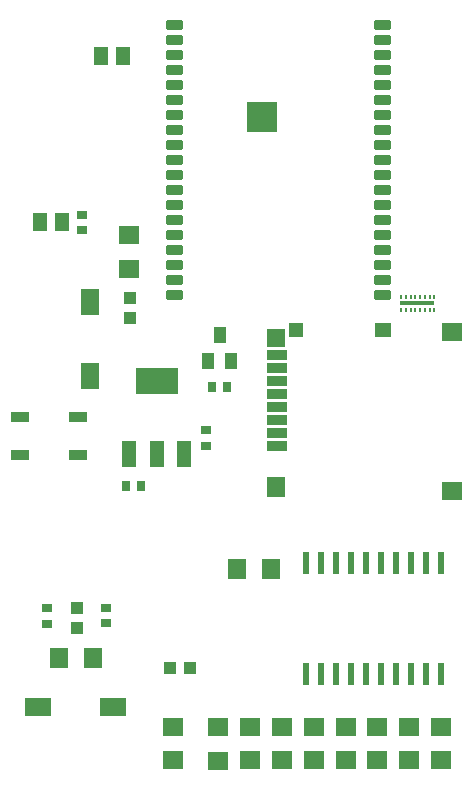
<source format=gbr>
G04 EAGLE Gerber RS-274X export*
G75*
%MOMM*%
%FSLAX34Y34*%
%LPD*%
%INSolderpaste Top*%
%IPPOS*%
%AMOC8*
5,1,8,0,0,1.08239X$1,22.5*%
G01*
%ADD10R,0.900000X0.700000*%
%ADD11R,1.300000X1.500000*%
%ADD12R,0.700000X0.900000*%
%ADD13R,1.500000X0.900000*%
%ADD14R,1.676400X0.812800*%
%ADD15R,1.295400X1.295400*%
%ADD16R,1.701800X1.498600*%
%ADD17R,1.498600X1.701800*%
%ADD18R,1.498600X1.600200*%
%ADD19R,1.397000X1.295400*%
%ADD20R,1.600000X1.803000*%
%ADD21R,1.803000X1.600000*%
%ADD22R,1.100000X1.000000*%
%ADD23R,1.000000X1.100000*%
%ADD24R,1.600000X2.300000*%
%ADD25R,2.300000X1.600000*%
%ADD26R,0.200000X0.400000*%
%ADD27R,3.000000X0.350000*%
%ADD28R,2.533469X2.531044*%
%ADD29C,0.465000*%
%ADD30R,0.558800X1.981200*%
%ADD31R,1.219200X2.235200*%
%ADD32R,3.600000X2.200000*%
%ADD33R,1.000000X1.400000*%


D10*
X106000Y356500D03*
X106000Y343500D03*
D11*
X102000Y823500D03*
X121000Y823500D03*
X50000Y683500D03*
X69000Y683500D03*
D10*
X191000Y493800D03*
X191000Y506800D03*
X85500Y689500D03*
X85500Y676500D03*
D12*
X136250Y460000D03*
X123250Y460000D03*
D10*
X56250Y356000D03*
X56250Y343000D03*
D12*
X195850Y543500D03*
X208850Y543500D03*
D13*
X33500Y518500D03*
X33500Y485500D03*
X82500Y518500D03*
X82500Y485500D03*
D14*
X251180Y570910D03*
X251180Y559910D03*
X251180Y548910D03*
X251180Y537910D03*
X251180Y526910D03*
X251180Y515910D03*
X251180Y504910D03*
X251180Y493910D03*
D15*
X266820Y591490D03*
D16*
X398793Y455394D03*
D17*
X250291Y458405D03*
D18*
X250291Y584911D03*
D16*
X398793Y590407D03*
D19*
X340820Y591490D03*
D20*
X217530Y389000D03*
X245970Y389000D03*
D21*
X125750Y671970D03*
X125750Y643530D03*
D22*
X126250Y602250D03*
X126250Y619250D03*
D21*
X162750Y227280D03*
X162750Y255720D03*
D23*
X177650Y305200D03*
X160650Y305200D03*
D21*
X201250Y227030D03*
X201250Y255470D03*
X228214Y227280D03*
X228214Y255720D03*
X255179Y227410D03*
X255179Y255850D03*
X282143Y227280D03*
X282143Y255720D03*
X309107Y227280D03*
X309107Y255720D03*
X336071Y227280D03*
X336071Y255720D03*
X363036Y227280D03*
X363036Y255720D03*
X390000Y227280D03*
X390000Y255720D03*
D24*
X92500Y615750D03*
X92500Y552750D03*
D25*
X111770Y272500D03*
X48770Y272500D03*
D26*
X384150Y620050D03*
X384150Y608800D03*
X380150Y608800D03*
X380150Y620050D03*
X376150Y608800D03*
X372150Y608800D03*
X368150Y608800D03*
X364150Y608800D03*
X360150Y608800D03*
X356150Y608800D03*
X356150Y620050D03*
X360150Y620050D03*
X364150Y620050D03*
X368150Y620050D03*
X371900Y620050D03*
X376150Y620050D03*
D27*
X369900Y614550D03*
D28*
X238083Y772445D03*
D29*
X168725Y848025D02*
X158875Y848025D01*
X158875Y852675D01*
X168725Y852675D01*
X168725Y848025D01*
X168725Y852442D02*
X158875Y852442D01*
X158875Y835325D02*
X168725Y835325D01*
X158875Y835325D02*
X158875Y839975D01*
X168725Y839975D01*
X168725Y835325D01*
X168725Y839742D02*
X158875Y839742D01*
X158875Y822625D02*
X168725Y822625D01*
X158875Y822625D02*
X158875Y827275D01*
X168725Y827275D01*
X168725Y822625D01*
X168725Y827042D02*
X158875Y827042D01*
X158875Y809925D02*
X168725Y809925D01*
X158875Y809925D02*
X158875Y814575D01*
X168725Y814575D01*
X168725Y809925D01*
X168725Y814342D02*
X158875Y814342D01*
X158875Y797225D02*
X168725Y797225D01*
X158875Y797225D02*
X158875Y801875D01*
X168725Y801875D01*
X168725Y797225D01*
X168725Y801642D02*
X158875Y801642D01*
X158875Y784525D02*
X168725Y784525D01*
X158875Y784525D02*
X158875Y789175D01*
X168725Y789175D01*
X168725Y784525D01*
X168725Y788942D02*
X158875Y788942D01*
X158875Y771825D02*
X168725Y771825D01*
X158875Y771825D02*
X158875Y776475D01*
X168725Y776475D01*
X168725Y771825D01*
X168725Y776242D02*
X158875Y776242D01*
X158875Y759125D02*
X168725Y759125D01*
X158875Y759125D02*
X158875Y763775D01*
X168725Y763775D01*
X168725Y759125D01*
X168725Y763542D02*
X158875Y763542D01*
X158875Y746425D02*
X168725Y746425D01*
X158875Y746425D02*
X158875Y751075D01*
X168725Y751075D01*
X168725Y746425D01*
X168725Y750842D02*
X158875Y750842D01*
X158875Y733725D02*
X168725Y733725D01*
X158875Y733725D02*
X158875Y738375D01*
X168725Y738375D01*
X168725Y733725D01*
X168725Y738142D02*
X158875Y738142D01*
X158875Y721025D02*
X168725Y721025D01*
X158875Y721025D02*
X158875Y725675D01*
X168725Y725675D01*
X168725Y721025D01*
X168725Y725442D02*
X158875Y725442D01*
X158875Y708325D02*
X168725Y708325D01*
X158875Y708325D02*
X158875Y712975D01*
X168725Y712975D01*
X168725Y708325D01*
X168725Y712742D02*
X158875Y712742D01*
X158875Y695625D02*
X168725Y695625D01*
X158875Y695625D02*
X158875Y700275D01*
X168725Y700275D01*
X168725Y695625D01*
X168725Y700042D02*
X158875Y700042D01*
X158875Y682925D02*
X168725Y682925D01*
X158875Y682925D02*
X158875Y687575D01*
X168725Y687575D01*
X168725Y682925D01*
X168725Y687342D02*
X158875Y687342D01*
X158875Y670225D02*
X168725Y670225D01*
X158875Y670225D02*
X158875Y674875D01*
X168725Y674875D01*
X168725Y670225D01*
X168725Y674642D02*
X158875Y674642D01*
X158875Y657525D02*
X168725Y657525D01*
X158875Y657525D02*
X158875Y662175D01*
X168725Y662175D01*
X168725Y657525D01*
X168725Y661942D02*
X158875Y661942D01*
X158875Y644825D02*
X168725Y644825D01*
X158875Y644825D02*
X158875Y649475D01*
X168725Y649475D01*
X168725Y644825D01*
X168725Y649242D02*
X158875Y649242D01*
X158875Y632125D02*
X168725Y632125D01*
X158875Y632125D02*
X158875Y636775D01*
X168725Y636775D01*
X168725Y632125D01*
X168725Y636542D02*
X158875Y636542D01*
X158875Y619425D02*
X168725Y619425D01*
X158875Y619425D02*
X158875Y624075D01*
X168725Y624075D01*
X168725Y619425D01*
X168725Y623842D02*
X158875Y623842D01*
X335075Y624075D02*
X344925Y624075D01*
X344925Y619425D01*
X335075Y619425D01*
X335075Y624075D01*
X335075Y623842D02*
X344925Y623842D01*
X344925Y636775D02*
X335075Y636775D01*
X344925Y636775D02*
X344925Y632125D01*
X335075Y632125D01*
X335075Y636775D01*
X335075Y636542D02*
X344925Y636542D01*
X344925Y649475D02*
X335075Y649475D01*
X344925Y649475D02*
X344925Y644825D01*
X335075Y644825D01*
X335075Y649475D01*
X335075Y649242D02*
X344925Y649242D01*
X344925Y662175D02*
X335075Y662175D01*
X344925Y662175D02*
X344925Y657525D01*
X335075Y657525D01*
X335075Y662175D01*
X335075Y661942D02*
X344925Y661942D01*
X344925Y674875D02*
X335075Y674875D01*
X344925Y674875D02*
X344925Y670225D01*
X335075Y670225D01*
X335075Y674875D01*
X335075Y674642D02*
X344925Y674642D01*
X344925Y687575D02*
X335075Y687575D01*
X344925Y687575D02*
X344925Y682925D01*
X335075Y682925D01*
X335075Y687575D01*
X335075Y687342D02*
X344925Y687342D01*
X344925Y700275D02*
X335075Y700275D01*
X344925Y700275D02*
X344925Y695625D01*
X335075Y695625D01*
X335075Y700275D01*
X335075Y700042D02*
X344925Y700042D01*
X344925Y712975D02*
X335075Y712975D01*
X344925Y712975D02*
X344925Y708325D01*
X335075Y708325D01*
X335075Y712975D01*
X335075Y712742D02*
X344925Y712742D01*
X344925Y725675D02*
X335075Y725675D01*
X344925Y725675D02*
X344925Y721025D01*
X335075Y721025D01*
X335075Y725675D01*
X335075Y725442D02*
X344925Y725442D01*
X344925Y738375D02*
X335075Y738375D01*
X344925Y738375D02*
X344925Y733725D01*
X335075Y733725D01*
X335075Y738375D01*
X335075Y738142D02*
X344925Y738142D01*
X344925Y751075D02*
X335075Y751075D01*
X344925Y751075D02*
X344925Y746425D01*
X335075Y746425D01*
X335075Y751075D01*
X335075Y750842D02*
X344925Y750842D01*
X344925Y763775D02*
X335075Y763775D01*
X344925Y763775D02*
X344925Y759125D01*
X335075Y759125D01*
X335075Y763775D01*
X335075Y763542D02*
X344925Y763542D01*
X344925Y776475D02*
X335075Y776475D01*
X344925Y776475D02*
X344925Y771825D01*
X335075Y771825D01*
X335075Y776475D01*
X335075Y776242D02*
X344925Y776242D01*
X344925Y789175D02*
X335075Y789175D01*
X344925Y789175D02*
X344925Y784525D01*
X335075Y784525D01*
X335075Y789175D01*
X335075Y788942D02*
X344925Y788942D01*
X344925Y801875D02*
X335075Y801875D01*
X344925Y801875D02*
X344925Y797225D01*
X335075Y797225D01*
X335075Y801875D01*
X335075Y801642D02*
X344925Y801642D01*
X344925Y814575D02*
X335075Y814575D01*
X344925Y814575D02*
X344925Y809925D01*
X335075Y809925D01*
X335075Y814575D01*
X335075Y814342D02*
X344925Y814342D01*
X344925Y827275D02*
X335075Y827275D01*
X344925Y827275D02*
X344925Y822625D01*
X335075Y822625D01*
X335075Y827275D01*
X335075Y827042D02*
X344925Y827042D01*
X344925Y839975D02*
X335075Y839975D01*
X344925Y839975D02*
X344925Y835325D01*
X335075Y835325D01*
X335075Y839975D01*
X335075Y839742D02*
X344925Y839742D01*
X344925Y852675D02*
X335075Y852675D01*
X344925Y852675D02*
X344925Y848025D01*
X335075Y848025D01*
X335075Y852675D01*
X335075Y852442D02*
X344925Y852442D01*
D30*
X389650Y394363D03*
X376950Y394363D03*
X364250Y394363D03*
X351550Y394363D03*
X338850Y394363D03*
X326150Y394363D03*
X313450Y394363D03*
X300750Y394363D03*
X288050Y394363D03*
X275350Y394363D03*
X275350Y300637D03*
X288050Y300637D03*
X300750Y300637D03*
X313450Y300637D03*
X326150Y300637D03*
X338850Y300637D03*
X351550Y300637D03*
X364250Y300637D03*
X376950Y300637D03*
X389650Y300637D03*
D31*
X125886Y486512D03*
X149000Y486512D03*
X172114Y486512D03*
D32*
X149000Y548490D03*
D33*
X202400Y587500D03*
X211900Y565500D03*
X192900Y565500D03*
D22*
X81500Y339250D03*
X81500Y356250D03*
D20*
X66780Y314000D03*
X95220Y314000D03*
M02*

</source>
